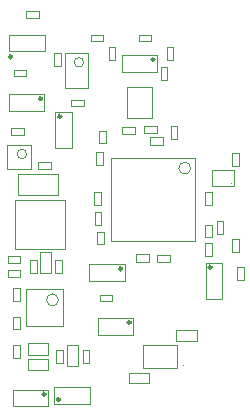
<source format=gbr>
%TF.GenerationSoftware,Altium Limited,Altium Designer,20.2.5 (213)*%
G04 Layer_Color=32768*
%FSLAX25Y25*%
%MOIN*%
%TF.SameCoordinates,C9AA4840-3426-47ED-90B3-6D3E683A03ED*%
%TF.FilePolarity,Positive*%
%TF.FileFunction,Other,Top_Assembly*%
%TF.Part,Single*%
G01*
G75*
%TA.AperFunction,NonConductor*%
%ADD77C,0.00984*%
%ADD78C,0.00394*%
D77*
X27092Y125000D02*
G03*
X27092Y125000I-492J0D01*
G01*
X66652Y36428D02*
G03*
X66652Y36428I-492J0D01*
G01*
X43485Y105155D02*
G03*
X43485Y105155I-492J0D01*
G01*
X93566Y54832D02*
G03*
X93566Y54832I-492J0D01*
G01*
X74572Y124037D02*
G03*
X74572Y124037I-492J0D01*
G01*
X63724Y54326D02*
G03*
X63724Y54326I-492J0D01*
G01*
X38294Y12498D02*
G03*
X38294Y12498I-492J0D01*
G01*
X43060Y10774D02*
G03*
X43060Y10774I-492J0D01*
G01*
X37029Y111026D02*
G03*
X37029Y111026I-492J0D01*
G01*
D78*
X33597Y96566D02*
G03*
X33597Y96566I-197J0D01*
G01*
X31959Y92550D02*
G03*
X31959Y92550I-1575J0D01*
G01*
X42528Y43959D02*
G03*
X42528Y43959I-1969J0D01*
G01*
X84482Y22177D02*
G03*
X84482Y22177I-197J0D01*
G01*
X100286Y82708D02*
G03*
X100286Y82708I-197J0D01*
G01*
X86616Y87859D02*
G03*
X86616Y87859I-1969J0D01*
G01*
X50962Y123145D02*
G03*
X50962Y123145I-1575J0D01*
G01*
X38006Y126744D02*
Y132256D01*
X26195D02*
X38006D01*
X26195Y126744D02*
X38006D01*
X26195D02*
Y132256D01*
X55722Y32345D02*
Y37857D01*
X67533Y32345D02*
Y37857D01*
X55722Y32345D02*
X67533D01*
X55722Y37857D02*
X67533D01*
X25266Y87432D02*
Y95700D01*
X33534Y87432D02*
Y95700D01*
X25266Y87432D02*
X33534D01*
X25266Y95700D02*
X33534D01*
X31898Y35298D02*
Y47502D01*
X44102Y35298D02*
Y47502D01*
X31898Y35298D02*
X44102D01*
X31898Y47502D02*
X44102D01*
X70591Y21361D02*
X82009D01*
X70591D02*
Y29039D01*
X82009D01*
Y21361D02*
Y29039D01*
X100943Y81942D02*
Y87257D01*
X93857Y81942D02*
Y87257D01*
Y81942D02*
X100943D01*
X93857Y87257D02*
X100943D01*
X66053Y19684D02*
X72746D01*
X66053Y16141D02*
X72746D01*
X66053D02*
Y19684D01*
X72746Y16141D02*
Y19684D01*
X100517Y60033D02*
X102683D01*
X100517Y64167D02*
X102683D01*
X100517Y60033D02*
Y64167D01*
X102683Y60033D02*
Y64167D01*
X60238Y63450D02*
Y91402D01*
X88191Y63450D02*
Y91402D01*
X60238Y63450D02*
X88191D01*
X60238Y91402D02*
X88191D01*
X44663Y126295D02*
X52537D01*
X44663Y114483D02*
X52537D01*
Y126295D01*
X44663Y114483D02*
Y126295D01*
X28232Y77368D02*
X44768D01*
X28232Y60832D02*
X44768D01*
X28232D02*
Y77368D01*
X44768Y60832D02*
Y77368D01*
X65366Y104682D02*
Y114918D01*
X73634Y104682D02*
Y114918D01*
X65366D02*
X73634D01*
X65366Y104682D02*
X73634D01*
X29143Y78900D02*
X42529D01*
X29143Y85986D02*
X42529D01*
Y78900D02*
Y85986D01*
X29143Y78900D02*
Y85986D01*
X81855Y34070D02*
X88745D01*
X81855Y30330D02*
X88745D01*
X81855D02*
Y34070D01*
X88745Y30330D02*
Y34070D01*
X41519Y52935D02*
X43881D01*
X41519Y57265D02*
X43881D01*
X41519Y52935D02*
Y57265D01*
X43881Y52935D02*
Y57265D01*
X41619Y22935D02*
Y27265D01*
X43981Y22935D02*
Y27265D01*
X41619Y22935D02*
X43981D01*
X41619Y27265D02*
X43981D01*
X39145Y20530D02*
Y24270D01*
X32255Y20530D02*
Y24270D01*
Y20530D02*
X39145D01*
X32255Y24270D02*
X39145D01*
X31835Y138019D02*
Y140381D01*
X36165Y138019D02*
Y140381D01*
X31835D02*
X36165D01*
X31835Y138019D02*
X36165D01*
X27417Y24733D02*
Y28867D01*
X29583Y24733D02*
Y28867D01*
X27417Y24733D02*
X29583D01*
X27417Y28867D02*
X29583D01*
X27417Y43733D02*
X29583D01*
X27417Y47867D02*
X29583D01*
X27417Y43733D02*
Y47867D01*
X29583Y43733D02*
Y47867D01*
X27417Y34233D02*
Y38367D01*
X29583Y34233D02*
Y38367D01*
X27417Y34233D02*
X29583D01*
X27417Y38367D02*
X29583D01*
X25668Y51617D02*
Y53783D01*
X29802Y51617D02*
Y53783D01*
X25668D02*
X29802D01*
X25668Y51617D02*
X29802D01*
X27633Y118517D02*
X31767D01*
X27633Y120683D02*
X31767D01*
Y118517D02*
Y120683D01*
X27633Y118517D02*
Y120683D01*
X41119Y122035D02*
X43481D01*
X41119Y126365D02*
X43481D01*
X41119Y122035D02*
Y126365D01*
X43481Y122035D02*
Y126365D01*
X26895Y101281D02*
X31226D01*
X26895Y98919D02*
X31226D01*
X26895D02*
Y101281D01*
X31226Y98919D02*
Y101281D01*
X35835Y87519D02*
X40165D01*
X35835Y89881D02*
X40165D01*
Y87519D02*
Y89881D01*
X35835Y87519D02*
Y89881D01*
X41563Y94718D02*
Y106528D01*
X47075Y94718D02*
Y106528D01*
X41563D02*
X47075D01*
X41563Y94718D02*
X47075D01*
X46886Y108512D02*
Y110677D01*
X51020Y108512D02*
Y110677D01*
X46886D02*
X51020D01*
X46886Y108512D02*
X51020D01*
X36430Y52855D02*
Y59745D01*
X40170Y52855D02*
Y59745D01*
X36430Y52855D02*
X40170D01*
X36430Y59745D02*
X40170D01*
X25668Y58483D02*
X29802D01*
X25668Y56317D02*
X29802D01*
X25668D02*
Y58483D01*
X29802Y56317D02*
Y58483D01*
X33019Y52835D02*
X35381D01*
X33019Y57165D02*
X35381D01*
X33019Y52835D02*
Y57165D01*
X35381Y52835D02*
Y57165D01*
X32255Y25730D02*
Y29470D01*
X39145Y25730D02*
Y29470D01*
X32255D02*
X39145D01*
X32255Y25730D02*
X39145D01*
X45497Y21855D02*
Y28745D01*
X49237Y21855D02*
Y28745D01*
X45497Y21855D02*
X49237D01*
X45497Y28745D02*
X49237D01*
X63825Y101468D02*
X68156D01*
X63825Y99106D02*
X68156D01*
X63825D02*
Y101468D01*
X68156Y99106D02*
Y101468D01*
X70925Y101939D02*
X75256D01*
X70925Y99577D02*
X75256D01*
X70925D02*
Y101939D01*
X75256Y99577D02*
Y101939D01*
X73235Y95719D02*
X77565D01*
X73235Y98081D02*
X77565D01*
Y95719D02*
Y98081D01*
X73235Y95719D02*
Y98081D01*
X95317Y70167D02*
X97483D01*
X95317Y66033D02*
X97483D01*
Y70167D01*
X95317Y66033D02*
Y70167D01*
X93781Y75635D02*
Y79965D01*
X91419Y75635D02*
Y79965D01*
X93781D01*
X91419Y75635D02*
X93781D01*
X75436Y59028D02*
X79767D01*
X75436Y56666D02*
X79767D01*
X75436D02*
Y59028D01*
X79767Y56666D02*
Y59028D01*
X56681Y75635D02*
Y79965D01*
X54319Y75635D02*
Y79965D01*
X56681D01*
X54319Y75635D02*
X56681D01*
X68404Y56724D02*
X72735D01*
X68404Y59087D02*
X72735D01*
Y56724D02*
Y59087D01*
X68404Y56724D02*
Y59087D01*
X50717Y23033D02*
Y27167D01*
X52883Y23033D02*
Y27167D01*
X50717Y23033D02*
X52883D01*
X50717Y27167D02*
X52883D01*
X102881Y88735D02*
Y93065D01*
X100519Y88735D02*
Y93065D01*
X102881D01*
X100519Y88735D02*
X102881D01*
X79917Y101867D02*
X82083D01*
X79917Y97733D02*
X82083D01*
Y101867D01*
X79917Y97733D02*
Y101867D01*
X91644Y44394D02*
X97156D01*
X91644Y56205D02*
X97156D01*
Y44394D02*
Y56205D01*
X91644Y44394D02*
Y56205D01*
X78678Y124045D02*
Y128178D01*
X80843Y124045D02*
Y128178D01*
X78678Y124045D02*
X80843D01*
X78678Y128178D02*
X80843D01*
X59317Y128167D02*
X61483D01*
X59317Y124033D02*
X61483D01*
Y128167D01*
X59317Y124033D02*
Y128167D01*
X53333Y130117D02*
X57467D01*
X53333Y132283D02*
X57467D01*
Y130117D02*
Y132283D01*
X53333Y130117D02*
Y132283D01*
X56107Y100231D02*
X58272D01*
X56107Y96097D02*
X58272D01*
Y100231D01*
X56107Y96097D02*
Y100231D01*
X55117Y89033D02*
Y93167D01*
X57283Y89033D02*
Y93167D01*
X55117Y89033D02*
X57283D01*
X55117Y93167D02*
X57283D01*
X91417Y69042D02*
X93583D01*
X91417Y64908D02*
X93583D01*
Y69042D01*
X91417Y64908D02*
Y69042D01*
X63643Y125467D02*
X75454D01*
X63643Y119955D02*
X75454D01*
Y125467D01*
X63643Y119955D02*
Y125467D01*
X69333Y130117D02*
X73467D01*
X69333Y132283D02*
X73467D01*
Y130117D02*
Y132283D01*
X69333Y130117D02*
Y132283D01*
X76666Y117385D02*
X78831D01*
X76666Y121519D02*
X78831D01*
X76666Y117385D02*
Y121519D01*
X78831Y117385D02*
Y121519D01*
X104383Y50633D02*
Y54767D01*
X102217Y50633D02*
Y54767D01*
X104383D01*
X102217Y50633D02*
X104383D01*
X91417Y58733D02*
X93583D01*
X91417Y62867D02*
X93583D01*
X91417Y58733D02*
Y62867D01*
X93583Y58733D02*
Y62867D01*
X52794Y50244D02*
Y55756D01*
X64605Y50244D02*
Y55756D01*
X52794Y50244D02*
X64605D01*
X52794Y55756D02*
X64605D01*
X56333Y45583D02*
X60467D01*
X56333Y43417D02*
X60467D01*
X56333D02*
Y45583D01*
X60467Y43417D02*
Y45583D01*
X55417Y66667D02*
X57583D01*
X55417Y62533D02*
X57583D01*
Y66667D01*
X55417Y62533D02*
Y66667D01*
X54717Y69050D02*
Y73184D01*
X56883Y69050D02*
Y73184D01*
X54717Y69050D02*
X56883D01*
X54717Y73184D02*
X56883D01*
X27364Y13927D02*
X39175D01*
X27364Y8415D02*
X39175D01*
Y13927D01*
X27364Y8415D02*
Y13927D01*
X53005Y9344D02*
Y14856D01*
X41194Y9344D02*
Y14856D01*
X53005D01*
X41194Y9344D02*
X53005D01*
X26099Y112456D02*
X37910D01*
X26099Y106944D02*
X37910D01*
Y112456D01*
X26099Y106944D02*
Y112456D01*
%TF.MD5,a9f6531990e21be46582fc034a64301e*%
M02*

</source>
